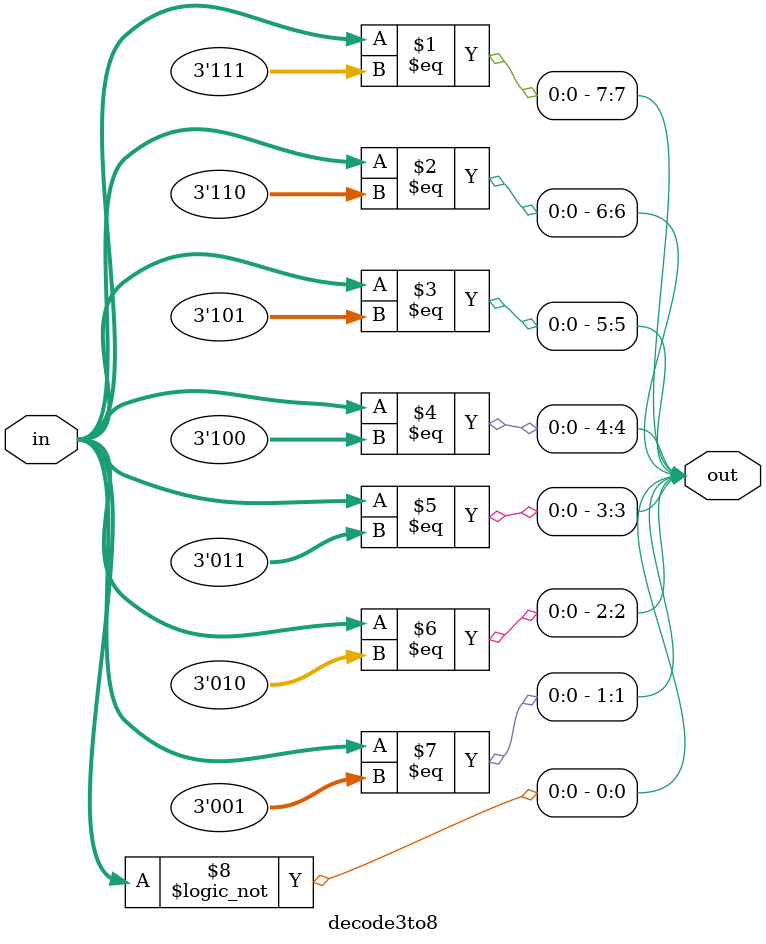
<source format=sv>

`default_nettype none

module top (
    // I/O ports
    input logic hz100, reset,
    input logic [20:0] pb,
    output logic [7:0] left, right, ss7, ss6, ss5, ss4, ss3, ss2, ss1, ss0,
    output logic red, green, blue,

    // UART ports
    output logic [7:0] txdata,
    input logic [7:0] rxdata,
    output logic txclk, rxclt,
    input logic txready, rxready

);
     
    assign ss0[6:0] = pb[6:0];

    bargraph part2(.in(pb[15:0]), .out({left, right}));

    decode3to8 part3(.in(pb[2:0]), .out({ss7[7], ss6[7], ss5[7], ss4[7], ss3[7], ss2[7], ss1[7], ss0[7]}));

endmodule

module bargraph (
    // I/O ports
    input logic [15:0] in,
    output logic [15:0] out
);

    assign out[15] = (in[15]);
    assign out[14] = |(in[15:14]);
    assign out[13] = |(in[15:13]);
    assign out[12] = |(in[15:12]);
    assign out[11] = |(in[15:11]);
    assign out[10] = |(in[15:10]);
    assign out[9] = |(in[15:9]);
    assign out[8] = |(in[15:8]);
    assign out[7] = |(in[15:7]);
    assign out[6] = |(in[15:6]);
    assign out[5] = |(in[15:5]);
    assign out[4] = |(in[15:4]);
    assign out[3] = |(in[15:3]);
    assign out[2] = |(in[15:2]);
    assign out[1] = |(in[15:1]);
    assign out[0] = |(in[15:0]);

endmodule

module decode3to8 (
    // I/O ports
    input logic [2:0] in,
    output logic [7:0] out
);

    assign out[7] = (in == 3'b111);
    assign out[6] = (in == 3'b110);
    assign out[5] = (in == 3'b101);
    assign out[4] = (in == 3'b100);
    assign out[3] = (in == 3'b011);
    assign out[2] = (in == 3'b010);
    assign out[1] = (in == 3'b001);
    assign out[0] = (in == 3'b000);

endmodule
</source>
